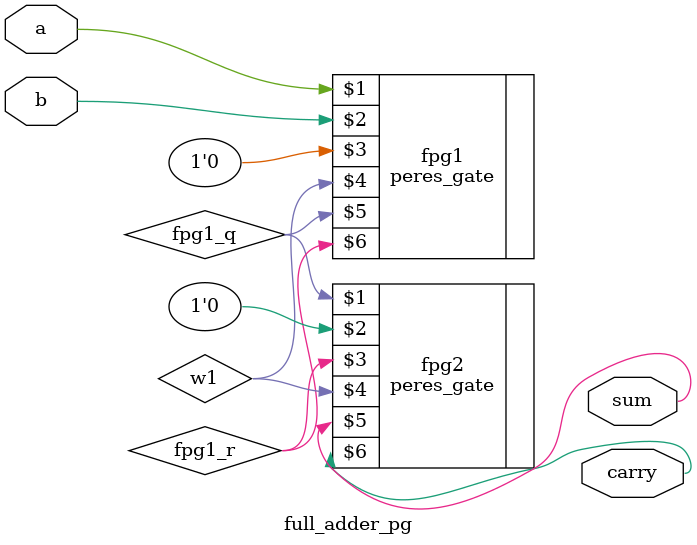
<source format=v>
`timescale 1ns / 1ps


module full_adder_pg(
    input a,b,
    output sum,carry
    );
    wire w1,fpg1_q,fpg1_r;
    peres_gate fpg1(a,b,1'b0,w1,fpg1_q,fpg1_r);
    peres_gate fpg2(fpg1_q,1'b0,fpg1_r,w1,sum,carry);
endmodule

</source>
